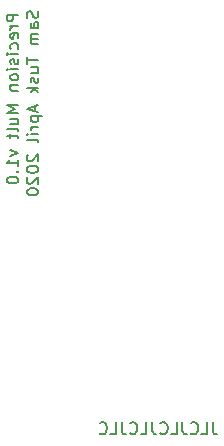
<source format=gbr>
%TF.GenerationSoftware,KiCad,Pcbnew,(5.0.1)-3*%
%TF.CreationDate,2020-04-22T20:20:14+01:00*%
%TF.ProjectId,rear,726561722E6B696361645F7063620000,rev?*%
%TF.SameCoordinates,Original*%
%TF.FileFunction,Legend,Bot*%
%TF.FilePolarity,Positive*%
%FSLAX46Y46*%
G04 Gerber Fmt 4.6, Leading zero omitted, Abs format (unit mm)*
G04 Created by KiCad (PCBNEW (5.0.1)-3) date 22/04/2020 20:20:14*
%MOMM*%
%LPD*%
G01*
G04 APERTURE LIST*
%ADD10C,0.200000*%
G04 APERTURE END LIST*
D10*
X61672380Y-82840000D02*
X60672380Y-82840000D01*
X60672380Y-83220952D01*
X60720000Y-83316190D01*
X60767619Y-83363809D01*
X60862857Y-83411428D01*
X61005714Y-83411428D01*
X61100952Y-83363809D01*
X61148571Y-83316190D01*
X61196190Y-83220952D01*
X61196190Y-82840000D01*
X61672380Y-83840000D02*
X61005714Y-83840000D01*
X61196190Y-83840000D02*
X61100952Y-83887619D01*
X61053333Y-83935238D01*
X61005714Y-84030476D01*
X61005714Y-84125714D01*
X61624761Y-84840000D02*
X61672380Y-84744761D01*
X61672380Y-84554285D01*
X61624761Y-84459047D01*
X61529523Y-84411428D01*
X61148571Y-84411428D01*
X61053333Y-84459047D01*
X61005714Y-84554285D01*
X61005714Y-84744761D01*
X61053333Y-84840000D01*
X61148571Y-84887619D01*
X61243809Y-84887619D01*
X61339047Y-84411428D01*
X61624761Y-85744761D02*
X61672380Y-85649523D01*
X61672380Y-85459047D01*
X61624761Y-85363809D01*
X61577142Y-85316190D01*
X61481904Y-85268571D01*
X61196190Y-85268571D01*
X61100952Y-85316190D01*
X61053333Y-85363809D01*
X61005714Y-85459047D01*
X61005714Y-85649523D01*
X61053333Y-85744761D01*
X61672380Y-86173333D02*
X61005714Y-86173333D01*
X60672380Y-86173333D02*
X60720000Y-86125714D01*
X60767619Y-86173333D01*
X60720000Y-86220952D01*
X60672380Y-86173333D01*
X60767619Y-86173333D01*
X61624761Y-86601904D02*
X61672380Y-86697142D01*
X61672380Y-86887619D01*
X61624761Y-86982857D01*
X61529523Y-87030476D01*
X61481904Y-87030476D01*
X61386666Y-86982857D01*
X61339047Y-86887619D01*
X61339047Y-86744761D01*
X61291428Y-86649523D01*
X61196190Y-86601904D01*
X61148571Y-86601904D01*
X61053333Y-86649523D01*
X61005714Y-86744761D01*
X61005714Y-86887619D01*
X61053333Y-86982857D01*
X61672380Y-87459047D02*
X61005714Y-87459047D01*
X60672380Y-87459047D02*
X60720000Y-87411428D01*
X60767619Y-87459047D01*
X60720000Y-87506666D01*
X60672380Y-87459047D01*
X60767619Y-87459047D01*
X61672380Y-88078095D02*
X61624761Y-87982857D01*
X61577142Y-87935238D01*
X61481904Y-87887619D01*
X61196190Y-87887619D01*
X61100952Y-87935238D01*
X61053333Y-87982857D01*
X61005714Y-88078095D01*
X61005714Y-88220952D01*
X61053333Y-88316190D01*
X61100952Y-88363809D01*
X61196190Y-88411428D01*
X61481904Y-88411428D01*
X61577142Y-88363809D01*
X61624761Y-88316190D01*
X61672380Y-88220952D01*
X61672380Y-88078095D01*
X61005714Y-88840000D02*
X61672380Y-88840000D01*
X61100952Y-88840000D02*
X61053333Y-88887619D01*
X61005714Y-88982857D01*
X61005714Y-89125714D01*
X61053333Y-89220952D01*
X61148571Y-89268571D01*
X61672380Y-89268571D01*
X61672380Y-90506666D02*
X60672380Y-90506666D01*
X61386666Y-90840000D01*
X60672380Y-91173333D01*
X61672380Y-91173333D01*
X61005714Y-92078095D02*
X61672380Y-92078095D01*
X61005714Y-91649523D02*
X61529523Y-91649523D01*
X61624761Y-91697142D01*
X61672380Y-91792380D01*
X61672380Y-91935238D01*
X61624761Y-92030476D01*
X61577142Y-92078095D01*
X61672380Y-92697142D02*
X61624761Y-92601904D01*
X61529523Y-92554285D01*
X60672380Y-92554285D01*
X61005714Y-92935238D02*
X61005714Y-93316190D01*
X60672380Y-93078095D02*
X61529523Y-93078095D01*
X61624761Y-93125714D01*
X61672380Y-93220952D01*
X61672380Y-93316190D01*
X61005714Y-94316190D02*
X61672380Y-94554285D01*
X61005714Y-94792380D01*
X61672380Y-95697142D02*
X61672380Y-95125714D01*
X61672380Y-95411428D02*
X60672380Y-95411428D01*
X60815238Y-95316190D01*
X60910476Y-95220952D01*
X60958095Y-95125714D01*
X61577142Y-96125714D02*
X61624761Y-96173333D01*
X61672380Y-96125714D01*
X61624761Y-96078095D01*
X61577142Y-96125714D01*
X61672380Y-96125714D01*
X60672380Y-96792380D02*
X60672380Y-96887619D01*
X60720000Y-96982857D01*
X60767619Y-97030476D01*
X60862857Y-97078095D01*
X61053333Y-97125714D01*
X61291428Y-97125714D01*
X61481904Y-97078095D01*
X61577142Y-97030476D01*
X61624761Y-96982857D01*
X61672380Y-96887619D01*
X61672380Y-96792380D01*
X61624761Y-96697142D01*
X61577142Y-96649523D01*
X61481904Y-96601904D01*
X61291428Y-96554285D01*
X61053333Y-96554285D01*
X60862857Y-96601904D01*
X60767619Y-96649523D01*
X60720000Y-96697142D01*
X60672380Y-96792380D01*
X63324761Y-82554285D02*
X63372380Y-82697142D01*
X63372380Y-82935238D01*
X63324761Y-83030476D01*
X63277142Y-83078095D01*
X63181904Y-83125714D01*
X63086666Y-83125714D01*
X62991428Y-83078095D01*
X62943809Y-83030476D01*
X62896190Y-82935238D01*
X62848571Y-82744761D01*
X62800952Y-82649523D01*
X62753333Y-82601904D01*
X62658095Y-82554285D01*
X62562857Y-82554285D01*
X62467619Y-82601904D01*
X62420000Y-82649523D01*
X62372380Y-82744761D01*
X62372380Y-82982857D01*
X62420000Y-83125714D01*
X63372380Y-83982857D02*
X62848571Y-83982857D01*
X62753333Y-83935238D01*
X62705714Y-83840000D01*
X62705714Y-83649523D01*
X62753333Y-83554285D01*
X63324761Y-83982857D02*
X63372380Y-83887619D01*
X63372380Y-83649523D01*
X63324761Y-83554285D01*
X63229523Y-83506666D01*
X63134285Y-83506666D01*
X63039047Y-83554285D01*
X62991428Y-83649523D01*
X62991428Y-83887619D01*
X62943809Y-83982857D01*
X63372380Y-84459047D02*
X62705714Y-84459047D01*
X62800952Y-84459047D02*
X62753333Y-84506666D01*
X62705714Y-84601904D01*
X62705714Y-84744761D01*
X62753333Y-84840000D01*
X62848571Y-84887619D01*
X63372380Y-84887619D01*
X62848571Y-84887619D02*
X62753333Y-84935238D01*
X62705714Y-85030476D01*
X62705714Y-85173333D01*
X62753333Y-85268571D01*
X62848571Y-85316190D01*
X63372380Y-85316190D01*
X62372380Y-86411428D02*
X62372380Y-86982857D01*
X63372380Y-86697142D02*
X62372380Y-86697142D01*
X62705714Y-87744761D02*
X63372380Y-87744761D01*
X62705714Y-87316190D02*
X63229523Y-87316190D01*
X63324761Y-87363809D01*
X63372380Y-87459047D01*
X63372380Y-87601904D01*
X63324761Y-87697142D01*
X63277142Y-87744761D01*
X63324761Y-88173333D02*
X63372380Y-88268571D01*
X63372380Y-88459047D01*
X63324761Y-88554285D01*
X63229523Y-88601904D01*
X63181904Y-88601904D01*
X63086666Y-88554285D01*
X63039047Y-88459047D01*
X63039047Y-88316190D01*
X62991428Y-88220952D01*
X62896190Y-88173333D01*
X62848571Y-88173333D01*
X62753333Y-88220952D01*
X62705714Y-88316190D01*
X62705714Y-88459047D01*
X62753333Y-88554285D01*
X63372380Y-89030476D02*
X62372380Y-89030476D01*
X62991428Y-89125714D02*
X63372380Y-89411428D01*
X62705714Y-89411428D02*
X63086666Y-89030476D01*
X63086666Y-90554285D02*
X63086666Y-91030476D01*
X63372380Y-90459047D02*
X62372380Y-90792380D01*
X63372380Y-91125714D01*
X62705714Y-91459047D02*
X63705714Y-91459047D01*
X62753333Y-91459047D02*
X62705714Y-91554285D01*
X62705714Y-91744761D01*
X62753333Y-91840000D01*
X62800952Y-91887619D01*
X62896190Y-91935238D01*
X63181904Y-91935238D01*
X63277142Y-91887619D01*
X63324761Y-91840000D01*
X63372380Y-91744761D01*
X63372380Y-91554285D01*
X63324761Y-91459047D01*
X63372380Y-92363809D02*
X62705714Y-92363809D01*
X62896190Y-92363809D02*
X62800952Y-92411428D01*
X62753333Y-92459047D01*
X62705714Y-92554285D01*
X62705714Y-92649523D01*
X63372380Y-92982857D02*
X62705714Y-92982857D01*
X62372380Y-92982857D02*
X62420000Y-92935238D01*
X62467619Y-92982857D01*
X62420000Y-93030476D01*
X62372380Y-92982857D01*
X62467619Y-92982857D01*
X63372380Y-93601904D02*
X63324761Y-93506666D01*
X63229523Y-93459047D01*
X62372380Y-93459047D01*
X62467619Y-94697142D02*
X62420000Y-94744761D01*
X62372380Y-94840000D01*
X62372380Y-95078095D01*
X62420000Y-95173333D01*
X62467619Y-95220952D01*
X62562857Y-95268571D01*
X62658095Y-95268571D01*
X62800952Y-95220952D01*
X63372380Y-94649523D01*
X63372380Y-95268571D01*
X62372380Y-95887619D02*
X62372380Y-95982857D01*
X62420000Y-96078095D01*
X62467619Y-96125714D01*
X62562857Y-96173333D01*
X62753333Y-96220952D01*
X62991428Y-96220952D01*
X63181904Y-96173333D01*
X63277142Y-96125714D01*
X63324761Y-96078095D01*
X63372380Y-95982857D01*
X63372380Y-95887619D01*
X63324761Y-95792380D01*
X63277142Y-95744761D01*
X63181904Y-95697142D01*
X62991428Y-95649523D01*
X62753333Y-95649523D01*
X62562857Y-95697142D01*
X62467619Y-95744761D01*
X62420000Y-95792380D01*
X62372380Y-95887619D01*
X62467619Y-96601904D02*
X62420000Y-96649523D01*
X62372380Y-96744761D01*
X62372380Y-96982857D01*
X62420000Y-97078095D01*
X62467619Y-97125714D01*
X62562857Y-97173333D01*
X62658095Y-97173333D01*
X62800952Y-97125714D01*
X63372380Y-96554285D01*
X63372380Y-97173333D01*
X62372380Y-97792380D02*
X62372380Y-97887619D01*
X62420000Y-97982857D01*
X62467619Y-98030476D01*
X62562857Y-98078095D01*
X62753333Y-98125714D01*
X62991428Y-98125714D01*
X63181904Y-98078095D01*
X63277142Y-98030476D01*
X63324761Y-97982857D01*
X63372380Y-97887619D01*
X63372380Y-97792380D01*
X63324761Y-97697142D01*
X63277142Y-97649523D01*
X63181904Y-97601904D01*
X62991428Y-97554285D01*
X62753333Y-97554285D01*
X62562857Y-97601904D01*
X62467619Y-97649523D01*
X62420000Y-97697142D01*
X62372380Y-97792380D01*
X78129047Y-117362380D02*
X78129047Y-118076666D01*
X78176666Y-118219523D01*
X78271904Y-118314761D01*
X78414761Y-118362380D01*
X78510000Y-118362380D01*
X77176666Y-118362380D02*
X77652857Y-118362380D01*
X77652857Y-117362380D01*
X76271904Y-118267142D02*
X76319523Y-118314761D01*
X76462380Y-118362380D01*
X76557619Y-118362380D01*
X76700476Y-118314761D01*
X76795714Y-118219523D01*
X76843333Y-118124285D01*
X76890952Y-117933809D01*
X76890952Y-117790952D01*
X76843333Y-117600476D01*
X76795714Y-117505238D01*
X76700476Y-117410000D01*
X76557619Y-117362380D01*
X76462380Y-117362380D01*
X76319523Y-117410000D01*
X76271904Y-117457619D01*
X75557619Y-117362380D02*
X75557619Y-118076666D01*
X75605238Y-118219523D01*
X75700476Y-118314761D01*
X75843333Y-118362380D01*
X75938571Y-118362380D01*
X74605238Y-118362380D02*
X75081428Y-118362380D01*
X75081428Y-117362380D01*
X73700476Y-118267142D02*
X73748095Y-118314761D01*
X73890952Y-118362380D01*
X73986190Y-118362380D01*
X74129047Y-118314761D01*
X74224285Y-118219523D01*
X74271904Y-118124285D01*
X74319523Y-117933809D01*
X74319523Y-117790952D01*
X74271904Y-117600476D01*
X74224285Y-117505238D01*
X74129047Y-117410000D01*
X73986190Y-117362380D01*
X73890952Y-117362380D01*
X73748095Y-117410000D01*
X73700476Y-117457619D01*
X72986190Y-117362380D02*
X72986190Y-118076666D01*
X73033809Y-118219523D01*
X73129047Y-118314761D01*
X73271904Y-118362380D01*
X73367142Y-118362380D01*
X72033809Y-118362380D02*
X72510000Y-118362380D01*
X72510000Y-117362380D01*
X71129047Y-118267142D02*
X71176666Y-118314761D01*
X71319523Y-118362380D01*
X71414761Y-118362380D01*
X71557619Y-118314761D01*
X71652857Y-118219523D01*
X71700476Y-118124285D01*
X71748095Y-117933809D01*
X71748095Y-117790952D01*
X71700476Y-117600476D01*
X71652857Y-117505238D01*
X71557619Y-117410000D01*
X71414761Y-117362380D01*
X71319523Y-117362380D01*
X71176666Y-117410000D01*
X71129047Y-117457619D01*
X70414761Y-117362380D02*
X70414761Y-118076666D01*
X70462380Y-118219523D01*
X70557619Y-118314761D01*
X70700476Y-118362380D01*
X70795714Y-118362380D01*
X69462380Y-118362380D02*
X69938571Y-118362380D01*
X69938571Y-117362380D01*
X68557619Y-118267142D02*
X68605238Y-118314761D01*
X68748095Y-118362380D01*
X68843333Y-118362380D01*
X68986190Y-118314761D01*
X69081428Y-118219523D01*
X69129047Y-118124285D01*
X69176666Y-117933809D01*
X69176666Y-117790952D01*
X69129047Y-117600476D01*
X69081428Y-117505238D01*
X68986190Y-117410000D01*
X68843333Y-117362380D01*
X68748095Y-117362380D01*
X68605238Y-117410000D01*
X68557619Y-117457619D01*
M02*

</source>
